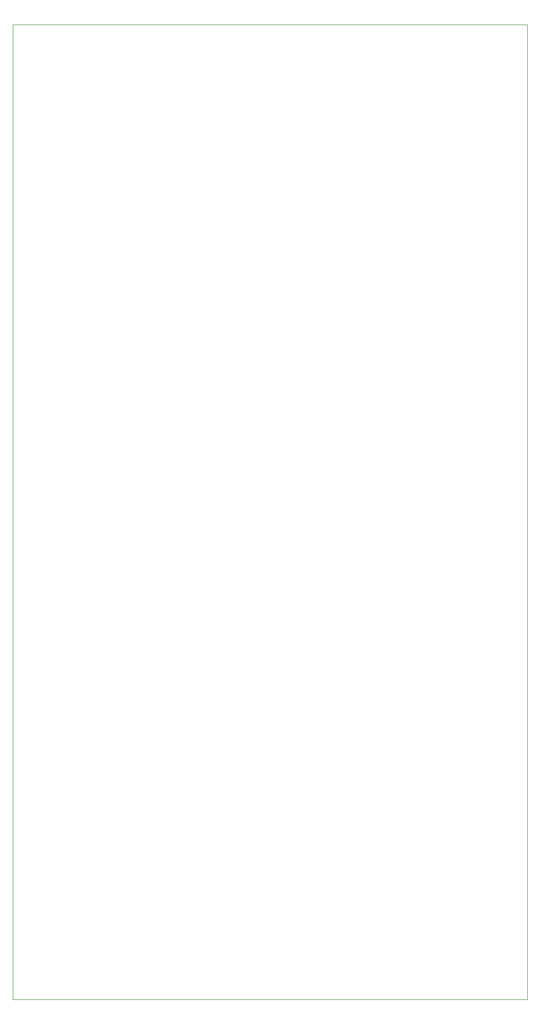
<source format=gm1>
%TF.GenerationSoftware,KiCad,Pcbnew,8.0.3*%
%TF.CreationDate,2024-07-24T12:49:44+02:00*%
%TF.ProjectId,programmable,70726f67-7261-46d6-9d61-626c652e6b69,rev?*%
%TF.SameCoordinates,Original*%
%TF.FileFunction,Profile,NP*%
%FSLAX46Y46*%
G04 Gerber Fmt 4.6, Leading zero omitted, Abs format (unit mm)*
G04 Created by KiCad (PCBNEW 8.0.3) date 2024-07-24 12:49:44*
%MOMM*%
%LPD*%
G01*
G04 APERTURE LIST*
%TA.AperFunction,Profile*%
%ADD10C,0.050000*%
%TD*%
G04 APERTURE END LIST*
D10*
X43327500Y-30254600D02*
X131927500Y-30254600D01*
X131927500Y-198154600D01*
X43327500Y-198154600D01*
X43327500Y-30254600D01*
M02*

</source>
